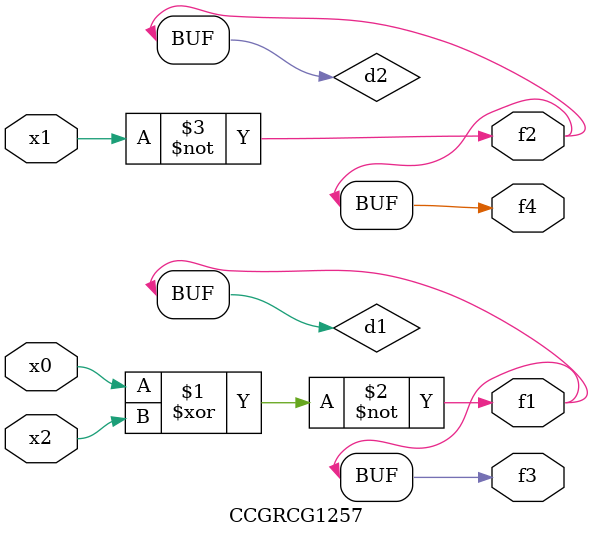
<source format=v>
module CCGRCG1257(
	input x0, x1, x2,
	output f1, f2, f3, f4
);

	wire d1, d2, d3;

	xnor (d1, x0, x2);
	nand (d2, x1);
	nor (d3, x1, x2);
	assign f1 = d1;
	assign f2 = d2;
	assign f3 = d1;
	assign f4 = d2;
endmodule

</source>
